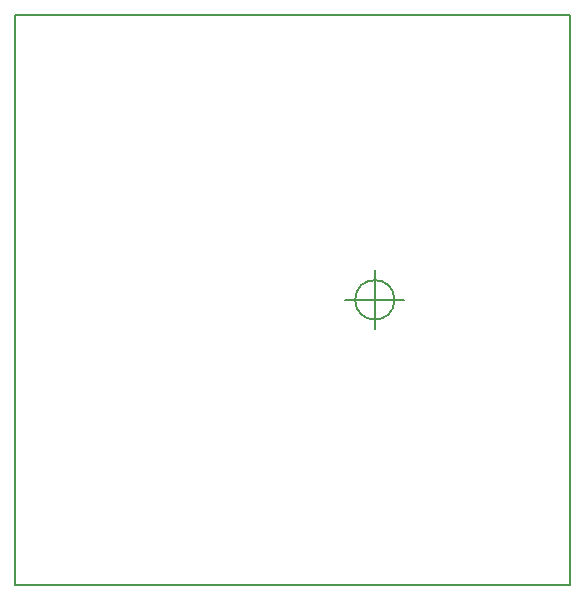
<source format=gm1>
G04 #@! TF.GenerationSoftware,KiCad,Pcbnew,(5.0.0)*
G04 #@! TF.CreationDate,2020-10-27T08:58:59-05:00*
G04 #@! TF.ProjectId,breakout_firstproject,627265616B6F75745F66697273747072,1.0*
G04 #@! TF.SameCoordinates,Original*
G04 #@! TF.FileFunction,Profile,NP*
%FSLAX46Y46*%
G04 Gerber Fmt 4.6, Leading zero omitted, Abs format (unit mm)*
G04 Created by KiCad (PCBNEW (5.0.0)) date 10/27/20 08:58:59*
%MOMM*%
%LPD*%
G01*
G04 APERTURE LIST*
%ADD10C,0.150000*%
G04 APERTURE END LIST*
D10*
X143510000Y-113030000D02*
X143510000Y-64770000D01*
X190500000Y-113030000D02*
X143510000Y-113030000D01*
X190500000Y-64770000D02*
X190500000Y-113030000D01*
X143510000Y-64770000D02*
X190500000Y-64770000D01*
X175656666Y-88900000D02*
G75*
G03X175656666Y-88900000I-1666666J0D01*
G01*
X171490000Y-88900000D02*
X176490000Y-88900000D01*
X173990000Y-86400000D02*
X173990000Y-91400000D01*
M02*

</source>
